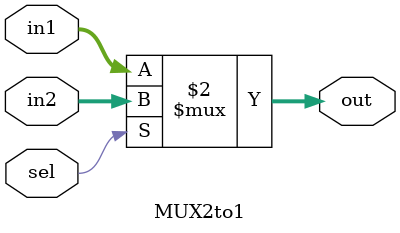
<source format=v>
`timescale 1ns/1ns
module MUX2to1(in1, in2, sel, out);
  parameter Length = 32;
  input[Length-1:0] in1;
  input[Length-1:0] in2;
  input sel;
  output[Length-1:0] out;
  assign out = (sel==1'b0) ? in1 : in2;
endmodule
</source>
